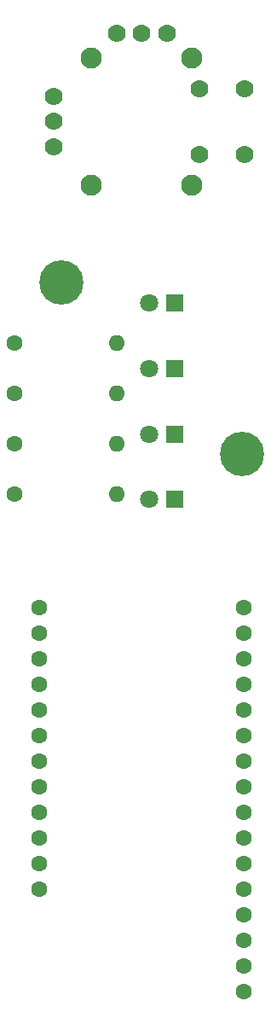
<source format=gbr>
%TF.GenerationSoftware,KiCad,Pcbnew,6.0.6+dfsg-1*%
%TF.CreationDate,2022-07-30T00:05:31-07:00*%
%TF.ProjectId,board,626f6172-642e-46b6-9963-61645f706362,rev?*%
%TF.SameCoordinates,Original*%
%TF.FileFunction,Soldermask,Bot*%
%TF.FilePolarity,Negative*%
%FSLAX46Y46*%
G04 Gerber Fmt 4.6, Leading zero omitted, Abs format (unit mm)*
G04 Created by KiCad (PCBNEW 6.0.6+dfsg-1) date 2022-07-30 00:05:31*
%MOMM*%
%LPD*%
G01*
G04 APERTURE LIST*
%ADD10C,4.400000*%
%ADD11C,1.600000*%
%ADD12C,1.778000*%
%ADD13C,2.100000*%
%ADD14R,1.800000X1.800000*%
%ADD15C,1.800000*%
%ADD16O,1.600000X1.600000*%
G04 APERTURE END LIST*
D10*
%TO.C,REF1*%
X94000000Y-73000000D03*
%TD*%
%TO.C,REF2*%
X112000000Y-90000000D03*
%TD*%
D11*
%TO.C,U2*%
X112160000Y-143320000D03*
X112160000Y-140780000D03*
X112160000Y-138240000D03*
X112160000Y-135700000D03*
X112160000Y-133160000D03*
X112160000Y-130620000D03*
X112160000Y-128080000D03*
X112160000Y-125540000D03*
X112160000Y-123000000D03*
X112160000Y-120460000D03*
X112160000Y-117920000D03*
X112160000Y-115380000D03*
X112160000Y-112840000D03*
X112160000Y-110300000D03*
X112160000Y-107760000D03*
X112160000Y-105220000D03*
X91840000Y-105220000D03*
X91840000Y-107760000D03*
X91840000Y-110300000D03*
X91840000Y-112840000D03*
X91840000Y-115380000D03*
X91840000Y-117920000D03*
X91840000Y-120460000D03*
X91840000Y-123000000D03*
X91840000Y-125540000D03*
X91840000Y-128080000D03*
X91840000Y-130620000D03*
X91840000Y-133160000D03*
%TD*%
D12*
%TO.C,U1*%
X112250000Y-53750000D03*
X112250000Y-60250000D03*
X107750000Y-53750000D03*
X107750000Y-60250000D03*
X93270000Y-54500000D03*
X93270000Y-57000000D03*
X93270000Y-59500000D03*
D13*
X107000000Y-50675000D03*
X97000000Y-50675000D03*
X97000000Y-63325000D03*
X107000000Y-63325000D03*
D12*
X104500000Y-48270000D03*
X102000000Y-48270000D03*
X99500000Y-48270000D03*
%TD*%
D14*
%TO.C,D1*%
X105275000Y-75000000D03*
D15*
X102735000Y-75000000D03*
%TD*%
D11*
%TO.C,R2*%
X89380000Y-84000000D03*
D16*
X99540000Y-84000000D03*
%TD*%
D11*
%TO.C,R3*%
X89380000Y-89000000D03*
D16*
X99540000Y-89000000D03*
%TD*%
D14*
%TO.C,D4*%
X105275000Y-94500000D03*
D15*
X102735000Y-94500000D03*
%TD*%
D14*
%TO.C,D3*%
X105275000Y-88000000D03*
D15*
X102735000Y-88000000D03*
%TD*%
D11*
%TO.C,R1*%
X89380000Y-79000000D03*
D16*
X99540000Y-79000000D03*
%TD*%
D14*
%TO.C,D2*%
X105275000Y-81500000D03*
D15*
X102735000Y-81500000D03*
%TD*%
D11*
%TO.C,R4*%
X89380000Y-94000000D03*
D16*
X99540000Y-94000000D03*
%TD*%
M02*

</source>
